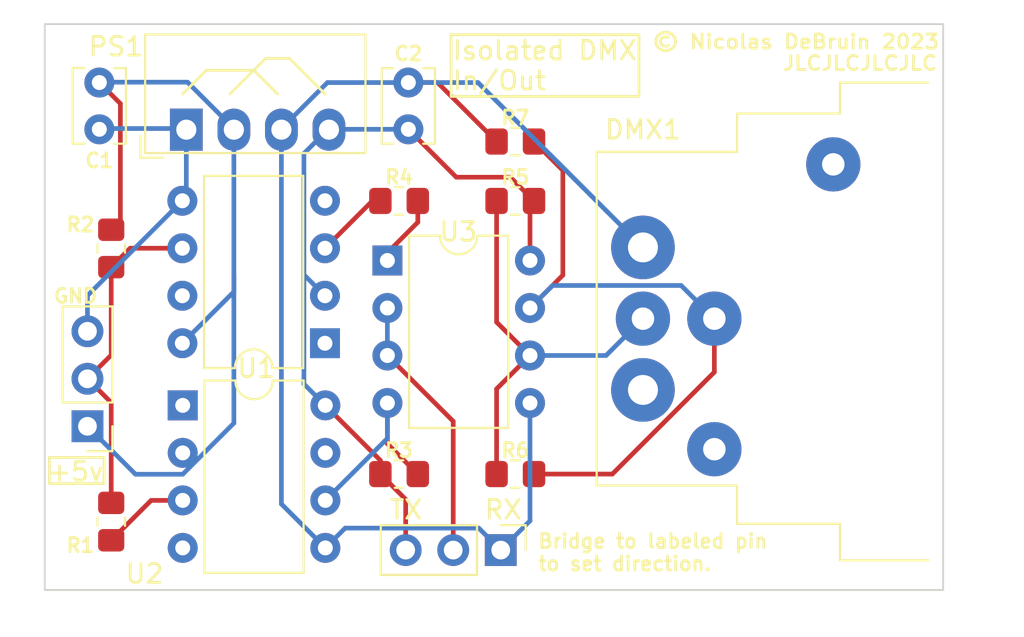
<source format=kicad_pcb>
(kicad_pcb (version 20211014) (generator pcbnew)
  (layers (0 "F.Cu" signal) (31 "B.Cu" signal) (34 "B.Paste" user) (35 "F.Paste" user) (36 "B.SilkS" user "B.Silkscreen") (37 "F.SilkS" user "F.Silkscreen") (38 "B.Mask" user) (39 "F.Mask" user) (44 "Edge.Cuts" user))
  (net 0 "")
  (net 1 "Net-(C1-Pad1)")
  (net 2 "Net-(C1-Pad2)")
  (net 3 "Net-(C2-Pad1)")
  (net 4 "Net-(C2-Pad2)")
  (net 7 "Net-(J1-Pad2)")
  (net 8 "Net-(R3-Pad1)")
  (net 9 "Net-(R1-Pad2)")
  (net 10 "Net-(R4-Pad1)")
  (net 11 "Net-(R4-Pad2)")
  (net 16 "Net-(DMX1-Pad2)")
  (net 17 "Net-(DMX1-Pad3)")
  (net 18 "Net-(J2-Pad2)")
  (footprint "Resistor_SMD:R_0805_2012Metric_Pad1.20x1.40mm_HandSolder" (layer "F.Cu") (at 170.32 99.06 180)
    (fp_text reference "R3" (at 0.013 1.27) (layer "F.SilkS") (effects (font (size 0.75 0.75))))
    (fp_text value "4.7k")
    (fp_line (start -0.227064 0.735) (end 0.227064 0.735) (layer "F.SilkS") (width 0.12))
    (fp_line (start -0.227064 -0.735) (end 0.227064 -0.735) (layer "F.SilkS") (width 0.12))
    (pad "1" smd roundrect (at -1 0 180) (size 1.2 1.4) (layers "F.Cu" "F.Paste" "F.Mask") (roundrect_rratio 0.2083333333) (net 8 "Net-(R3-Pad1)"))
    (pad "2" smd roundrect (at 1 0 180) (size 1.2 1.4) (layers "F.Cu" "F.Paste" "F.Mask") (roundrect_rratio 0.2083333333) (net 3 "Net-(C2-Pad1)"))
  )
  (footprint "Package_DIP:DIP-8_W7.62mm" (layer "F.Cu") (at 169.695 87.64)
    (fp_text reference "U3" (at 3.787 -1.534) (layer "F.SilkS"))
    (fp_text value "SN75176AP")
    (fp_line (start 6.46 -1.33) (end 4.81 -1.33) (layer "F.SilkS") (width 0.12))
    (fp_line (start 2.81 -1.33) (end 1.16 -1.33) (layer "F.SilkS") (width 0.12))
    (fp_line (start 1.16 -1.33) (end 1.16 8.95) (layer "F.SilkS") (width 0.12))
    (fp_line (start 1.16 8.95) (end 6.46 8.95) (layer "F.SilkS") (width 0.12))
    (fp_line (start 6.46 8.95) (end 6.46 -1.33) (layer "F.SilkS") (width 0.12))
    (fp_arc (start 4.81 -1.33) (mid 3.81 -0.33) (end 2.81 -1.33) (layer "F.SilkS") (width 0.12))
    (pad "1" thru_hole rect (at 0 0) (size 1.6 1.6) (drill 0.8) (layers *.Cu *.Mask) (net 11 "Net-(R4-Pad2)"))
    (pad "2" thru_hole oval (at 0 2.54) (size 1.6 1.6) (drill 0.8) (layers *.Cu *.Mask) (net 18 "Net-(J2-Pad2)"))
    (pad "3" thru_hole oval (at 0 5.08) (size 1.6 1.6) (drill 0.8) (layers *.Cu *.Mask) (net 18 "Net-(J2-Pad2)"))
    (pad "4" thru_hole oval (at 0 7.62) (size 1.6 1.6) (drill 0.8) (layers *.Cu *.Mask) (net 8 "Net-(R3-Pad1)"))
    (pad "5" thru_hole oval (at 7.62 7.62) (size 1.6 1.6) (drill 0.8) (layers *.Cu *.Mask) (net 4 "Net-(C2-Pad2)"))
    (pad "6" thru_hole oval (at 7.62 5.08) (size 1.6 1.6) (drill 0.8) (layers *.Cu *.Mask) (net 17 "Net-(DMX1-Pad3)"))
    (pad "7" thru_hole oval (at 7.62 2.54) (size 1.6 1.6) (drill 0.8) (layers *.Cu *.Mask) (net 16 "Net-(DMX1-Pad2)"))
    (pad "8" thru_hole oval (at 7.62 0) (size 1.6 1.6) (drill 0.8) (layers *.Cu *.Mask) (net 3 "Net-(C2-Pad1)"))
  )
  (footprint "Capacitor_THT:C_Disc_D3.8mm_W2.6mm_P2.50mm" (layer "F.Cu") (at 154.305 78.125 -90)
    (fp_text reference "C1" (at 4.171 0 180) (layer "F.SilkS") (effects (font (size 0.75 0.75))))
    (fp_text value "100n")
    (fp_line (start -0.77 1.42) (end 3.27 1.42) (layer "F.SilkS") (width 0.12))
    (fp_line (start -0.77 -1.42) (end -0.77 -0.795) (layer "F.SilkS") (width 0.12))
    (fp_line (start 3.27 -1.42) (end 3.27 -0.795) (layer "F.SilkS") (width 0.12))
    (fp_line (start -0.77 -1.42) (end 3.27 -1.42) (layer "F.SilkS") (width 0.12))
    (fp_line (start 3.27 0.795) (end 3.27 1.42) (layer "F.SilkS") (width 0.12))
    (fp_line (start -0.77 0.795) (end -0.77 1.42) (layer "F.SilkS") (width 0.12))
    (pad "1" thru_hole circle (at 0 0 270) (size 1.6 1.6) (drill 0.8) (layers *.Cu *.Mask) (net 1 "Net-(C1-Pad1)"))
    (pad "2" thru_hole circle (at 2.5 0 270) (size 1.6 1.6) (drill 0.8) (layers *.Cu *.Mask) (net 2 "Net-(C1-Pad2)"))
  )
  (footprint "Connector_PinHeader_2.54mm:PinHeader_1x03_P2.54mm_Vertical" (layer "F.Cu") (at 153.67 96.505 180)
    (fp_text reference "J1" hide)
    (fp_text value "Conn_01x03")
    (fp_line (start -1.33 0) (end -1.33 -1.33) (layer "F.SilkS") (width 0.12))
    (fp_line (start 1.33 1.27) (end 1.33 6.41) (layer "F.SilkS") (width 0.12))
    (fp_line (start -1.33 1.27) (end 1.33 1.27) (layer "F.SilkS") (width 0.12))
    (fp_line (start -1.33 1.27) (end -1.33 6.41) (layer "F.SilkS") (width 0.12))
    (fp_line (start -1.33 6.41) (end 1.33 6.41) (layer "F.SilkS") (width 0.12))
    (fp_line (start -1.33 -1.33) (end 0 -1.33) (layer "F.SilkS") (width 0.12))
    (pad "1" thru_hole rect (at 0 0 180) (size 1.7 1.7) (drill 1) (layers *.Cu *.Mask) (net 1 "Net-(C1-Pad1)"))
    (pad "2" thru_hole oval (at 0 2.54 180) (size 1.7 1.7) (drill 1) (layers *.Cu *.Mask) (net 7 "Net-(J1-Pad2)"))
    (pad "3" thru_hole oval (at 0 5.08 180) (size 1.7 1.7) (drill 1) (layers *.Cu *.Mask) (net 2 "Net-(C1-Pad2)"))
  )
  (footprint "Resistor_SMD:R_0805_2012Metric_Pad1.20x1.40mm_HandSolder" (layer "F.Cu") (at 176.53 99.06)
    (fp_text reference "R6" (at 0 -1.27 180) (layer "F.SilkS") (effects (font (size 0.75 0.75))))
    (fp_text value "120")
    (fp_line (start -0.227064 -0.735) (end 0.227064 -0.735) (layer "F.SilkS") (width 0.12))
    (fp_line (start -0.227064 0.735) (end 0.227064 0.735) (layer "F.SilkS") (width 0.12))
    (pad "1" smd roundrect (at -1 0) (size 1.2 1.4) (layers "F.Cu" "F.Paste" "F.Mask") (roundrect_rratio 0.2083333333) (net 17 "Net-(DMX1-Pad3)"))
    (pad "2" smd roundrect (at 1 0) (size 1.2 1.4) (layers "F.Cu" "F.Paste" "F.Mask") (roundrect_rratio 0.2083333333) (net 16 "Net-(DMX1-Pad2)"))
  )
  (footprint "Resistor_SMD:R_0805_2012Metric_Pad1.20x1.40mm_HandSolder" (layer "F.Cu") (at 170.32 84.455)
    (fp_text reference "R4" (at 0 -1.27) (layer "F.SilkS") (effects (font (size 0.75 0.75))))
    (fp_text value "470")
    (fp_line (start -0.227064 -0.735) (end 0.227064 -0.735) (layer "F.SilkS") (width 0.12))
    (fp_line (start -0.227064 0.735) (end 0.227064 0.735) (layer "F.SilkS") (width 0.12))
    (pad "1" smd roundrect (at -1 0) (size 1.2 1.4) (layers "F.Cu" "F.Paste" "F.Mask") (roundrect_rratio 0.2083333333) (net 10 "Net-(R4-Pad1)"))
    (pad "2" smd roundrect (at 1 0) (size 1.2 1.4) (layers "F.Cu" "F.Paste" "F.Mask") (roundrect_rratio 0.2083333333) (net 11 "Net-(R4-Pad2)"))
  )
  (footprint "Resistor_SMD:R_0805_2012Metric_Pad1.20x1.40mm_HandSolder" (layer "F.Cu") (at 176.53 81.28 180)
    (fp_text reference "R7" (at 0 1.27) (layer "F.SilkS") (effects (font (size 0.75 0.75))))
    (fp_text value "560")
    (fp_line (start -0.227064 0.735) (end 0.227064 0.735) (layer "F.SilkS") (width 0.12))
    (fp_line (start -0.227064 -0.735) (end 0.227064 -0.735) (layer "F.SilkS") (width 0.12))
    (pad "1" smd roundrect (at -1 0 180) (size 1.2 1.4) (layers "F.Cu" "F.Paste" "F.Mask") (roundrect_rratio 0.2083333333) (net 16 "Net-(DMX1-Pad2)"))
    (pad "2" smd roundrect (at 1 0 180) (size 1.2 1.4) (layers "F.Cu" "F.Paste" "F.Mask") (roundrect_rratio 0.2083333333) (net 4 "Net-(C2-Pad2)"))
  )
  (footprint "Connector_PinHeader_2.54mm:PinHeader_1x03_P2.54mm_Vertical" (layer "F.Cu") (at 175.753 103.124 -90)
    (fp_text reference "J2" hide)
    (fp_text value "Conn_01x03")
    (fp_line (start -1.33 1.27) (end 1.33 1.27) (layer "F.SilkS") (width 0.12))
    (fp_line (start 1.33 1.27) (end 1.33 6.41) (layer "F.SilkS") (width 0.12))
    (fp_line (start -1.33 -1.33) (end 0 -1.33) (layer "F.SilkS") (width 0.12))
    (fp_line (start -1.33 0) (end -1.33 -1.33) (layer "F.SilkS") (width 0.12))
    (fp_line (start -1.33 6.41) (end 1.33 6.41) (layer "F.SilkS") (width 0.12))
    (fp_line (start -1.33 1.27) (end -1.33 6.41) (layer "F.SilkS") (width 0.12))
    (pad "1" thru_hole rect (at 0 0 270) (size 1.7 1.7) (drill 1) (layers *.Cu *.Mask) (net 4 "Net-(C2-Pad2)"))
    (pad "2" thru_hole oval (at 0 2.54 270) (size 1.7 1.7) (drill 1) (layers *.Cu *.Mask) (net 18 "Net-(J2-Pad2)"))
    (pad "3" thru_hole oval (at 0 5.08 270) (size 1.7 1.7) (drill 1) (layers *.Cu *.Mask) (net 3 "Net-(C2-Pad1)"))
  )
  (footprint "Resistor_SMD:R_0805_2012Metric_Pad1.20x1.40mm_HandSolder" (layer "F.Cu") (at 154.94 101.6 -90)
    (fp_text reference "R1" (at 1.27 1.651 180) (layer "F.SilkS") (effects (font (size 0.75 0.75))))
    (fp_text value "180")
    (fp_line (start -0.227064 -0.735) (end 0.227064 -0.735) (layer "F.SilkS") (width 0.12))
    (fp_line (start -0.227064 0.735) (end 0.227064 0.735) (layer "F.SilkS") (width 0.12))
    (pad "1" smd roundrect (at -1 0 270) (size 1.2 1.4) (layers "F.Cu" "F.Paste" "F.Mask") (roundrect_rratio 0.2083333333) (net 7 "Net-(J1-Pad2)"))
    (pad "2" smd roundrect (at 1 0 270) (size 1.2 1.4) (layers "F.Cu" "F.Paste" "F.Mask") (roundrect_rratio 0.2083333333) (net 9 "Net-(R1-Pad2)"))
  )
  (footprint "Package_DIP:DIP-8_W7.62mm" (layer "F.Cu") (at 166.36 92.065 180)
    (fp_text reference "U1" (at 3.673 -1.33) (layer "F.SilkS"))
    (fp_text value "6N137")
    (fp_line (start 6.46 -1.33) (end 4.81 -1.33) (layer "F.SilkS") (width 0.12))
    (fp_line (start 6.46 8.95) (end 6.46 -1.33) (layer "F.SilkS") (width 0.12))
    (fp_line (start 2.81 -1.33) (end 1.16 -1.33) (layer "F.SilkS") (width 0.12))
    (fp_line (start 1.16 -1.33) (end 1.16 8.95) (layer "F.SilkS") (width 0.12))
    (fp_line (start 1.16 8.95) (end 6.46 8.95) (layer "F.SilkS") (width 0.12))
    (fp_arc (start 4.81 -1.33) (mid 3.81 -0.33) (end 2.81 -1.33) (layer "F.SilkS") (width 0.12))
    (pad "1" thru_hole rect (at 0 0 180) (size 1.6 1.6) (drill 0.8) (layers *.Cu *.Mask))
    (pad "2" thru_hole oval (at 0 2.54 180) (size 1.6 1.6) (drill 0.8) (layers *.Cu *.Mask) (net 3 "Net-(C2-Pad1)"))
    (pad "3" thru_hole oval (at 0 5.08 180) (size 1.6 1.6) (drill 0.8) (layers *.Cu *.Mask) (net 10 "Net-(R4-Pad1)"))
    (pad "4" thru_hole oval (at 0 7.62 180) (size 1.6 1.6) (drill 0.8) (layers *.Cu *.Mask))
    (pad "5" thru_hole oval (at 7.62 7.62 180) (size 1.6 1.6) (drill 0.8) (layers *.Cu *.Mask) (net 2 "Net-(C1-Pad2)"))
    (pad "6" thru_hole oval (at 7.62 5.08 180) (size 1.6 1.6) (drill 0.8) (layers *.Cu *.Mask) (net 7 "Net-(J1-Pad2)"))
    (pad "7" thru_hole oval (at 7.62 2.54 180) (size 1.6 1.6) (drill 0.8) (layers *.Cu *.Mask))
    (pad "8" thru_hole oval (at 7.62 0 180) (size 1.6 1.6) (drill 0.8) (layers *.Cu *.Mask) (net 1 "Net-(C1-Pad1)"))
  )
  (footprint "Connector_Audio:Jack_XLR_Neutrik_NC5FAH_Horizontal" (layer "F.Cu") (at 183.35 86.94)
    (fp_text reference "DMX1" (at 0 -6.295) (layer "F.SilkS"))
    (fp_text value "XLR6")
    (fp_line (start 10.53 14.78) (end 5.03 14.78) (layer "F.SilkS") (width 0.12))
    (fp_line (start 5.03 -5.11) (end -2.47 -5.11) (layer "F.SilkS") (width 0.12))
    (fp_line (start 10.53 -7.16) (end 10.53 -8.81) (layer "F.SilkS") (width 0.12))
    (fp_line (start 5.03 -5.11) (end 5.03 -7.16) (layer "F.SilkS") (width 0.12))
    (fp_line (start 5.03 12.73) (end 5.03 14.78) (layer "F.SilkS") (width 0.12))
    (fp_line (start 15.24 16.73) (end 10.53 16.73) (layer "F.SilkS") (width 0.12))
    (fp_line (start 5.03 12.73) (end -2.47 12.73) (layer "F.SilkS") (width 0.12))
    (fp_line (start -2.47 -5.11) (end -2.47 12.73) (layer "F.SilkS") (width 0.12))
    (fp_line (start 10.53 16.73) (end 10.53 14.78) (layer "F.SilkS") (width 0.12))
    (fp_line (start 15.24 -8.81) (end 10.53 -8.81) (layer "F.SilkS") (width 0.12))
    (fp_line (start 10.53 -7.16) (end 5.03 -7.16) (layer "F.SilkS") (width 0.12))
    (pad "" np_thru_hole circle (at 13.34 0) (size 1.6 1.6) (drill 1.6) (layers *.Cu *.Mask))
    (pad "" np_thru_hole circle (at 8.26 7.62) (size 1.6 1.6) (drill 1.6) (layers *.Cu *.Mask))
    (pad "1" thru_hole circle (at 0 0) (size 3.4 3.4) (drill 1.6) (layers *.Cu *.Mask) (net 4 "Net-(C2-Pad2)"))
    (pad "2" thru_hole circle (at 3.815 3.81) (size 2.9 2.9) (drill 1.2) (layers *.Cu *.Mask) (net 16 "Net-(DMX1-Pad2)"))
    (pad "3" thru_hole circle (at 0 3.81) (size 2.9 2.9) (drill 1.2) (layers *.Cu *.Mask) (net 17 "Net-(DMX1-Pad3)"))
    (pad "4" thru_hole circle (at 3.815 10.79) (size 2.9 2.9) (drill 1.2) (layers *.Cu *.Mask))
    (pad "5" thru_hole circle (at 0 7.62) (size 3.4 3.4) (drill 1.6) (layers *.Cu *.Mask))
    (pad "G" thru_hole circle (at 10.17 -4.44) (size 2.9 2.9) (drill 1.2) (layers *.Cu *.Mask))
  )
  (footprint "Converter_DCDC:Converter_DCDC_Murata_MEE1SxxxxSC_THT" (layer "F.Cu") (at 158.9525 80.645 90)
    (fp_text reference "PS1" (at 4.445 -3.7585 180) (layer "F.SilkS"))
    (fp_text value "MEE1S0505SC")
    (fp_line (start -1.25 -2.2) (end -1.25 9.57) (layer "F.SilkS") (width 0.12))
    (fp_line (start -1.5 -2.45) (end -1.5 -1.25) (layer "F.SilkS") (width 0.12))
    (fp_line (start 5.09 -2.2) (end 5.09 9.57) (layer "F.SilkS") (width 0.12))
    (fp_line (start -0.3 -2.45) (end -1.5 -2.45) (layer "F.SilkS") (width 0.12))
    (fp_line (start 5.09 9.57) (end -1.25 9.57) (layer "F.SilkS") (width 0.12))
    (fp_line (start 5.09 -2.2) (end -1.25 -2.2) (layer "F.SilkS") (width 0.12))
    (pad "1" thru_hole rect (at 0 0) (size 1.75 2.25) (drill 1.075) (layers *.Cu *.Mask) (net 2 "Net-(C1-Pad2)"))
    (pad "2" thru_hole oval (at 0 2.54) (size 1.75 2.25) (drill 1.075) (layers *.Cu *.Mask) (net 1 "Net-(C1-Pad1)"))
    (pad "3" thru_hole oval (at 0 5.08) (size 1.75 2.25) (drill 1.075) (layers *.Cu *.Mask) (net 4 "Net-(C2-Pad2)"))
    (pad "4" thru_hole oval (at 0 7.62) (size 1.75 2.25) (drill 1.075) (layers *.Cu *.Mask) (net 3 "Net-(C2-Pad1)"))
  )
  (footprint "Resistor_SMD:R_0805_2012Metric_Pad1.20x1.40mm_HandSolder" (layer "F.Cu") (at 176.53 84.455 180)
    (fp_text reference "R5" (at 0 1.27) (layer "F.SilkS") (effects (font (size 0.75 0.75))))
    (fp_text value "560")
    (fp_line (start -0.227064 0.735) (end 0.227064 0.735) (layer "F.SilkS") (width 0.12))
    (fp_line (start -0.227064 -0.735) (end 0.227064 -0.735) (layer "F.SilkS") (width 0.12))
    (pad "1" smd roundrect (at -1 0 180) (size 1.2 1.4) (layers "F.Cu" "F.Paste" "F.Mask") (roundrect_rratio 0.2083333333) (net 3 "Net-(C2-Pad1)"))
    (pad "2" smd roundrect (at 1 0 180) (size 1.2 1.4) (layers "F.Cu" "F.Paste" "F.Mask") (roundrect_rratio 0.2083333333) (net 17 "Net-(DMX1-Pad3)"))
  )
  (footprint "Capacitor_THT:C_Disc_D3.8mm_W2.6mm_P2.50mm" (layer "F.Cu") (at 170.815 80.625 90)
    (fp_text reference "C2" (at 4.044 0 180) (layer "F.SilkS") (effects (font (size 0.75 0.75))))
    (fp_text value "100n")
    (fp_line (start -0.77 -1.42) (end 3.27 -1.42) (layer "F.SilkS") (width 0.12))
    (fp_line (start -0.77 0.795) (end -0.77 1.42) (layer "F.SilkS") (width 0.12))
    (fp_line (start -0.77 1.42) (end 3.27 1.42) (layer "F.SilkS") (width 0.12))
    (fp_line (start 3.27 -1.42) (end 3.27 -0.795) (layer "F.SilkS") (width 0.12))
    (fp_line (start 3.27 0.795) (end 3.27 1.42) (layer "F.SilkS") (width 0.12))
    (fp_line (start -0.77 -1.42) (end -0.77 -0.795) (layer "F.SilkS") (width 0.12))
    (pad "1" thru_hole circle (at 0 0 90) (size 1.6 1.6) (drill 0.8) (layers *.Cu *.Mask) (net 3 "Net-(C2-Pad1)"))
    (pad "2" thru_hole circle (at 2.5 0 90) (size 1.6 1.6) (drill 0.8) (layers *.Cu *.Mask) (net 4 "Net-(C2-Pad2)"))
  )
  (footprint "Resistor_SMD:R_0805_2012Metric_Pad1.20x1.40mm_HandSolder" (layer "F.Cu") (at 154.94 86.995 90)
    (fp_text reference "R2" (at 1.27 -1.651 180) (layer "F.SilkS") (effects (font (size 0.75 0.75))))
    (fp_text value "4.7k")
    (fp_line (start -0.227064 -0.735) (end 0.227064 -0.735) (layer "F.SilkS") (width 0.12))
    (fp_line (start -0.227064 0.735) (end 0.227064 0.735) (layer "F.SilkS") (width 0.12))
    (pad "1" smd roundrect (at -1 0 90) (size 1.2 1.4) (layers "F.Cu" "F.Paste" "F.Mask") (roundrect_rratio 0.2083333333) (net 7 "Net-(J1-Pad2)"))
    (pad "2" smd roundrect (at 1 0 90) (size 1.2 1.4) (layers "F.Cu" "F.Paste" "F.Mask") (roundrect_rratio 0.2083333333) (net 1 "Net-(C1-Pad1)"))
  )
  (footprint "Package_DIP:DIP-8_W7.62mm" (layer "F.Cu") (at 158.76 95.387)
    (fp_text reference "U2" (at -2.042 9.007) (layer "F.SilkS"))
    (fp_text value "6N137")
    (fp_line (start 1.16 8.95) (end 6.46 8.95) (layer "F.SilkS") (width 0.12))
    (fp_line (start 6.46 -1.33) (end 4.81 -1.33) (layer "F.SilkS") (width 0.12))
    (fp_line (start 1.16 -1.33) (end 1.16 8.95) (layer "F.SilkS") (width 0.12))
    (fp_line (start 2.81 -1.33) (end 1.16 -1.33) (layer "F.SilkS") (width 0.12))
    (fp_line (start 6.46 8.95) (end 6.46 -1.33) (layer "F.SilkS") (width 0.12))
    (fp_arc (start 4.81 -1.33) (mid 3.81 -0.33) (end 2.81 -1.33) (layer "F.SilkS") (width 0.12))
    (pad "1" thru_hole rect (at 0 0) (size 1.6 1.6) (drill 0.8) (layers *.Cu *.Mask))
    (pad "2" thru_hole oval (at 0 2.54) (size 1.6 1.6) (drill 0.8) (layers *.Cu *.Mask) (net 1 "Net-(C1-Pad1)"))
    (pad "3" thru_hole oval (at 0 5.08) (size 1.6 1.6) (drill 0.8) (layers *.Cu *.Mask) (net 9 "Net-(R1-Pad2)"))
    (pad "4" thru_hole oval (at 0 7.62) (size 1.6 1.6) (drill 0.8) (layers *.Cu *.Mask))
    (pad "5" thru_hole oval (at 7.62 7.62) (size 1.6 1.6) (drill 0.8) (layers *.Cu *.Mask) (net 4 "Net-(C2-Pad2)"))
    (pad "6" thru_hole oval (at 7.62 5.08) (size 1.6 1.6) (drill 0.8) (layers *.Cu *.Mask) (net 8 "Net-(R3-Pad1)"))
    (pad "7" thru_hole oval (at 7.62 2.54) (size 1.6 1.6) (drill 0.8) (layers *.Cu *.Mask))
    (pad "8" thru_hole oval (at 7.62 0) (size 1.6 1.6) (drill 0.8) (layers *.Cu *.Mask) (net 3 "Net-(C2-Pad1)"))
  )
  (gr_line (start 161.29 78.74) (end 163.195 76.835) (layer "F.SilkS") (width 0.15))
  (gr_line (start 160.02 77.47) (end 162.56 77.47) (layer "F.SilkS") (width 0.15))
  (gr_line (start 164.465 76.835) (end 166.37 78.74) (layer "F.SilkS") (width 0.15))
  (gr_line (start 163.195 76.835) (end 164.465 76.835) (layer "F.SilkS") (width 0.15))
  (gr_line (start 162.56 77.47) (end 163.83 78.74) (layer "F.SilkS") (width 0.15))
  (gr_rect (start 173.101 75.565) (end 183.134 78.867) (layer "F.SilkS") (width 0.15) (fill none))
  (gr_rect (start 151.638 98.171) (end 154.559 99.568) (layer "F.SilkS") (width 0.15) (fill none))
  (gr_line (start 158.75 78.74) (end 160.02 77.47) (layer "F.SilkS") (width 0.15))
  (gr_rect (start 151.39 75) (end 199.39 105.257) (layer "Edge.Cuts") (width 0.1) (fill none))
  (gr_text "Isolated DMX\nIn/Out" (at 173.101 77.216) (layer "F.SilkS") (effects (font (size 1 1)) (justify left)))
  (gr_text "Bridge to labeled pin\nto set direction." (at 177.673 103.251) (layer "F.SilkS") (effects (font (size 0.75 0.75)) (justify left)))
  (gr_text "TX" (at 170.688 100.965) (layer "F.SilkS") (effects (font (size 1 1))))
  (gr_text "© Nicolas DeBruin 2023" (at 191.516 75.946) (layer "F.SilkS") (effects (font (size 0.75 0.8))))
  (gr_text "JLCJLCJLCJLC" (at 194.945 77.089) (layer "F.SilkS") (effects (font (size 0.75 0.8))))
  (gr_text "RX\n" (at 175.88 100.965) (layer "F.SilkS") (effects (font (size 1 1))))
  (gr_text "+5v" (at 153.035 98.933) (layer "F.SilkS") (effects (font (size 1 1))))
  (gr_text "GND" (at 153.035 89.535) (layer "F.SilkS") (effects (font (size 0.75 0.75))))
  (segment (start 155.429511 85.505489) (end 155.429511 79.249511) (width 0.25) (layer "F.Cu") (net 1))
  (segment (start 154.94 85.995) (end 155.429511 85.505489) (width 0.25) (layer "F.Cu") (net 1))
  (segment (start 155.429511 79.249511) (end 154.305 78.125) (width 0.25) (layer "F.Cu") (net 1))
  (segment (start 161.4925 80.5825) (end 159.015 78.105) (width 0.25) (layer "B.Cu") (net 1))
  (segment (start 158.76 99.07) (end 156.235 99.07) (width 0.25) (layer "B.Cu") (net 1))
  (segment (start 158.74 92.065) (end 161.4925 89.3125) (width 0.25) (layer "B.Cu") (net 1))
  (segment (start 158.76 99.07) (end 161.4925 96.3375) (width 0.25) (layer "B.Cu") (net 1))
  (segment (start 156.235 99.07) (end 153.67 96.505) (width 0.25) (layer "B.Cu") (net 1))
  (segment (start 159.015 78.105) (end 154.325 78.105) (width 0.25) (layer "B.Cu") (net 1))
  (segment (start 161.4925 89.3125) (end 161.4925 88.4675) (width 0.25) (layer "B.Cu") (net 1))
  (segment (start 161.4925 88.4675) (end 161.4925 80.5825) (width 0.25) (layer "B.Cu") (net 1))
  (segment (start 161.4925 96.3375) (end 161.4925 88.4675) (width 0.25) (layer "B.Cu") (net 1))
  (segment (start 154.325 78.105) (end 154.305 78.125) (width 0.25) (layer "B.Cu") (net 1))
  (segment (start 153.67 91.425) (end 153.67 89.515) (width 0.25) (layer "B.Cu") (net 2))
  (segment (start 154.3475 80.5825) (end 154.305 80.625) (width 0.25) (layer "B.Cu") (net 2))
  (segment (start 158.9525 84.2325) (end 158.74 84.445) (width 0.25) (layer "B.Cu") (net 2))
  (segment (start 153.67 89.515) (end 158.74 84.445) (width 0.25) (layer "B.Cu") (net 2))
  (segment (start 158.9525 80.5825) (end 158.9525 84.2325) (width 0.25) (layer "B.Cu") (net 2))
  (segment (start 158.9525 80.5825) (end 154.3475 80.5825) (width 0.25) (layer "B.Cu") (net 2))
  (segment (start 177.53 84.455) (end 177.315 84.67) (width 0.25) (layer "F.Cu") (net 3))
  (segment (start 170.815 80.625) (end 173.375 83.185) (width 0.25) (layer "F.Cu") (net 3))
  (segment (start 170.673 100.413) (end 169.32 99.06) (width 0.25) (layer "F.Cu") (net 3))
  (segment (start 169.32 98.327) (end 169.32 99.06) (width 0.25) (layer "F.Cu") (net 3))
  (segment (start 166.38 95.387) (end 169.32 98.327) (width 0.25) (layer "F.Cu") (net 3))
  (segment (start 176.26 83.185) (end 177.53 84.455) (width 0.25) (layer "F.Cu") (net 3))
  (segment (start 173.375 83.185) (end 176.26 83.185) (width 0.25) (layer "F.Cu") (net 3))
  (segment (start 177.315 84.67) (end 177.315 87.64) (width 0.25) (layer "F.Cu") (net 3))
  (segment (start 170.673 103.124) (end 170.673 100.413) (width 0.25) (layer "F.Cu") (net 3))
  (segment (start 166.5725 80.5825) (end 165.235489 81.919511) (width 0.25) (layer "B.Cu") (net 3))
  (segment (start 165.235489 88.400489) (end 165.235489 87.494511) (width 0.25) (layer "B.Cu") (net 3))
  (segment (start 170.815 80.625) (end 166.5925 80.625) (width 0.25) (layer "B.Cu") (net 3))
  (segment (start 166.36 89.525) (end 165.235489 88.400489) (width 0.25) (layer "B.Cu") (net 3))
  (segment (start 166.38 95.387) (end 165.235489 94.242489) (width 0.25) (layer "B.Cu") (net 3))
  (segment (start 165.235489 81.919511) (end 165.235489 87.494511) (width 0.25) (layer "B.Cu") (net 3))
  (segment (start 166.5925 80.625) (end 166.5725 80.645) (width 0.25) (layer "B.Cu") (net 3))
  (segment (start 165.235489 94.242489) (end 165.235489 88.400489) (width 0.25) (layer "B.Cu") (net 3))
  (segment (start 175.53 81.28) (end 172.375 78.125) (width 0.25) (layer "F.Cu") (net 4))
  (segment (start 172.375 78.125) (end 170.815 78.125) (width 0.25) (layer "F.Cu") (net 4))
  (segment (start 177.315 101.562) (end 175.753 103.124) (width 0.25) (layer "B.Cu") (net 4))
  (segment (start 164.0325 80.5825) (end 164.01548 80.59952) (width 0.25) (layer "B.Cu") (net 4))
  (segment (start 177.315 95.26) (end 177.315 101.562) (width 0.25) (layer "B.Cu") (net 4))
  (segment (start 164.0325 100.6595) (end 166.38 103.007) (width 0.25) (layer "B.Cu") (net 4))
  (segment (start 174.578489 101.949489) (end 175.753 103.124) (width 0.25) (layer "B.Cu") (net 4))
  (segment (start 170.815 78.125) (end 174.535 78.125) (width 0.25) (layer "B.Cu") (net 4))
  (segment (start 164.0325 80.645) (end 164.0325 100.6595) (width 0.25) (layer "B.Cu") (net 4))
  (segment (start 164.0325 80.5825) (end 166.49 78.125) (width 0.25) (layer "B.Cu") (net 4))
  (segment (start 166.38 103.007) (end 167.437511 101.949489) (width 0.25) (layer "B.Cu") (net 4))
  (segment (start 174.535 78.125) (end 183.35 86.94) (width 0.25) (layer "B.Cu") (net 4))
  (segment (start 167.437511 101.949489) (end 174.578489 101.949489) (width 0.25) (layer "B.Cu") (net 4))
  (segment (start 170.815 78.125) (end 166.49 78.125) (width 0.25) (layer "B.Cu") (net 4))
  (segment (start 154.94 87.995) (end 154.94 92.695) (width 0.25) (layer "F.Cu") (net 7))
  (segment (start 154.94 100.6) (end 154.94 95.235) (width 0.25) (layer "F.Cu") (net 7))
  (segment (start 154.94 87.995) (end 155.95 86.985) (width 0.25) (layer "F.Cu") (net 7))
  (segment (start 154.94 92.695) (end 153.67 93.965) (width 0.25) (layer "F.Cu") (net 7))
  (segment (start 154.94 95.235) (end 153.67 93.965) (width 0.25) (layer "F.Cu") (net 7))
  (segment (start 155.95 86.985) (end 158.74 86.985) (width 0.25) (layer "F.Cu") (net 7))
  (segment (start 171.32 99.06) (end 169.695 97.435) (width 0.25) (layer "F.Cu") (net 8))
  (segment (start 169.695 97.435) (end 169.695 95.26) (width 0.25) (layer "F.Cu") (net 8))
  (segment (start 166.38 100.467) (end 169.695 97.152) (width 0.25) (layer "B.Cu") (net 8))
  (segment (start 169.695 97.152) (end 169.695 95.26) (width 0.25) (layer "B.Cu") (net 8))
  (segment (start 157.073 100.467) (end 158.76 100.467) (width 0.25) (layer "F.Cu") (net 9))
  (segment (start 154.94 102.6) (end 157.073 100.467) (width 0.25) (layer "F.Cu") (net 9))
  (segment (start 169.32 84.455) (end 168.89 84.455) (width 0.25) (layer "F.Cu") (net 10))
  (segment (start 168.89 84.455) (end 166.36 86.985) (width 0.25) (layer "F.Cu") (net 10))
  (segment (start 169.695 87.64) (end 169.695 87.22) (width 0.25) (layer "F.Cu") (net 11))
  (segment (start 169.695 87.22) (end 171.32 85.595) (width 0.25) (layer "F.Cu") (net 11))
  (segment (start 171.32 84.455) (end 171.32 85.595) (width 0.25) (layer "F.Cu") (net 11))
  (segment (start 187.165 93.608092) (end 187.165 90.75) (width 0.25) (layer "F.Cu") (net 16))
  (segment (start 177.315 90.18) (end 179.07 88.425) (width 0.25) (layer "F.Cu") (net 16))
  (segment (start 181.713092 99.06) (end 187.165 93.608092) (width 0.25) (layer "F.Cu") (net 16))
  (segment (start 177.53 81.28) (end 179.07 82.82) (width 0.25) (layer "F.Cu") (net 16))
  (segment (start 179.07 82.82) (end 179.07 88.425) (width 0.25) (layer "F.Cu") (net 16))
  (segment (start 177.53 99.06) (end 181.713092 99.06) (width 0.25) (layer "F.Cu") (net 16))
  (segment (start 178.519511 88.975489) (end 185.390489 88.975489) (width 0.25) (layer "B.Cu") (net 16))
  (segment (start 177.315 90.18) (end 178.519511 88.975489) (width 0.25) (layer "B.Cu") (net 16))
  (segment (start 185.390489 88.975489) (end 187.165 90.75) (width 0.25) (layer "B.Cu") (net 16))
  (segment (start 175.53 84.455) (end 175.53 90.935) (width 0.25) (layer "F.Cu") (net 17))
  (segment (start 175.53 94.505) (end 177.315 92.72) (width 0.25) (layer "F.Cu") (net 17))
  (segment (start 175.53 90.935) (end 177.315 92.72) (width 0.25) (layer "F.Cu") (net 17))
  (segment (start 175.53 99.06) (end 175.53 94.505) (width 0.25) (layer "F.Cu") (net 17))
  (segment (start 181.38 92.72) (end 183.35 90.75) (width 0.25) (layer "B.Cu") (net 17))
  (segment (start 177.315 92.72) (end 181.38 92.72) (width 0.25) (layer "B.Cu") (net 17))
  (segment (start 169.695 92.72) (end 173.213 96.238) (width 0.25) (layer "F.Cu") (net 18))
  (segment (start 173.213 96.238) (end 173.213 103.124) (width 0.25) (layer "F.Cu") (net 18))
  (segment (start 169.695 90.18) (end 169.695 92.72) (width 0.25) (layer "B.Cu") (net 18))
)
</source>
